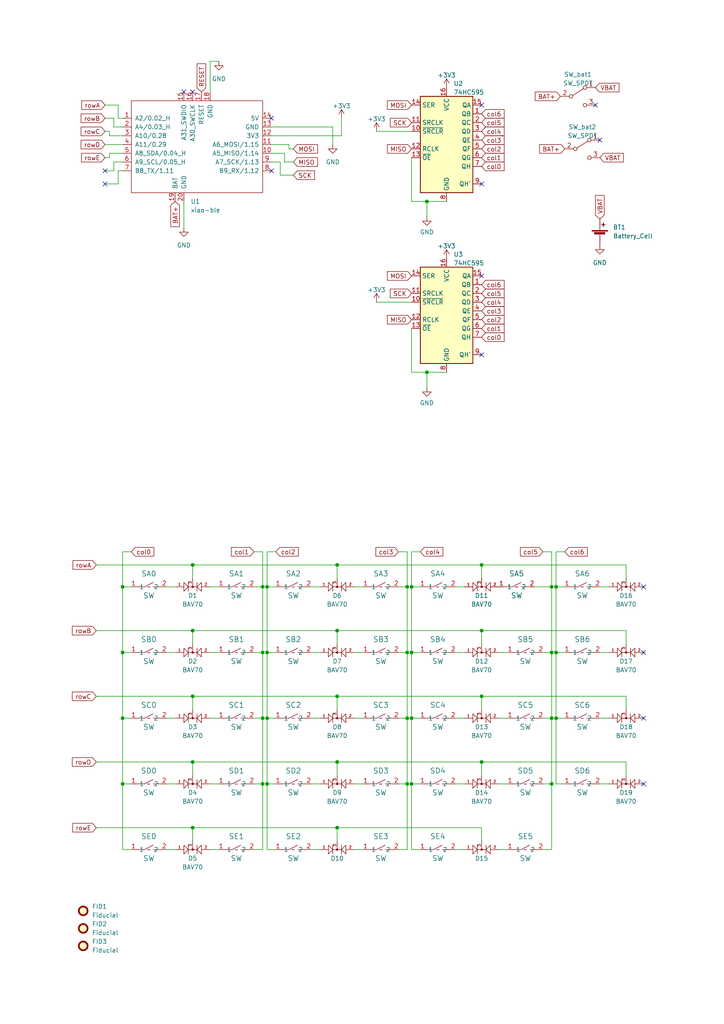
<source format=kicad_sch>
(kicad_sch (version 20230121) (generator eeschema)
  (paper "A4" portrait)
  (lib_symbols
    (symbol "74xx:74HC595"
      (property "Reference" "U" (at -7.62 13.97 0))
      (property "Value" "74HC595" (at -7.62 -16.51 0))
      (symbol "74HC595_1_0"
        (pin tri_state line (at 10.16 7.62 180) (length 2.54) (name "QB") (number "1"))
        (pin input line (at -10.16 2.54 0) (length 2.54) (name "~{SRCLR}") (number "10"))
        (pin input line (at -10.16 5.08 0) (length 2.54) (name "SRCLK") (number "11"))
        (pin input line (at -10.16 -2.54 0) (length 2.54) (name "RCLK") (number "12"))
        (pin input line (at -10.16 -5.08 0) (length 2.54) (name "~{OE}") (number "13"))
        (pin input line (at -10.16 10.16 0) (length 2.54) (name "SER") (number "14"))
        (pin tri_state line (at 10.16 10.16 180) (length 2.54) (name "QA") (number "15"))
        (pin power_in line (at 0 15.24 270) (length 2.54) (name "VCC") (number "16"))
        (pin tri_state line (at 10.16 5.08 180) (length 2.54) (name "QC") (number "2"))
        (pin tri_state line (at 10.16 2.54 180) (length 2.54) (name "QD") (number "3"))
        (pin tri_state line (at 10.16 0 180) (length 2.54) (name "QE") (number "4"))
        (pin tri_state line (at 10.16 -2.54 180) (length 2.54) (name "QF") (number "5"))
        (pin tri_state line (at 10.16 -5.08 180) (length 2.54) (name "QG") (number "6"))
        (pin tri_state line (at 10.16 -7.62 180) (length 2.54) (name "QH") (number "7"))
        (pin power_in line (at 0 -17.78 90) (length 2.54) (name "GND") (number "8"))
        (pin output line (at 10.16 -12.7 180) (length 2.54) (name "QH'") (number "9"))
      )
      (symbol "74HC595_1_1"
        (rectangle (start -7.62 12.7) (end 7.62 -15.24) (stroke (width 0.254)) (fill (type background)))
      )
    )
    (symbol "Device:Battery_Cell" (pin_numbers hide) (pin_names (offset 0) hide)
      (property "Reference" "BT" (at 2.54 2.54 0))
      (property "Value" "Battery_Cell" (at 2.54 0 0))
      (symbol "Battery_Cell_0_1"
        (rectangle (start -2.286 1.778) (end 2.286 1.524) (fill (type outline)))
        (rectangle (start -1.5748 1.1938) (end 1.4732 0.6858) (fill (type outline)))
        (polyline (pts (xy 0 0.762) (xy 0 0)))
        (polyline (pts (xy 0 1.778) (xy 0 2.54)))
        (polyline (pts (xy 0.508 3.429) (xy 1.524 3.429)) (stroke (width 0.254)))
        (polyline (pts (xy 1.016 3.937) (xy 1.016 2.921)) (stroke (width 0.254)))
      )
      (symbol "Battery_Cell_1_1"
        (pin passive line (at 0 5.08 270) (length 2.54) (name "+") (number "1"))
        (pin passive line (at 0 -2.54 90) (length 2.54) (name "-") (number "2"))
      )
    )
    (symbol "Mechanical:Fiducial"
      (property "Reference" "FID" (at 0 5.08 0))
      (property "Value" "Fiducial" (at 0 3.175 0))
      (symbol "Fiducial_0_1"
        (circle (center 0 0) (radius 1.27) (stroke (width 0.508)) (fill (type background)))
      )
    )
    (symbol "Switch:SW_SPDT" (pin_names (offset 0) hide)
      (property "Reference" "SW" (at 0 4.318 0))
      (property "Value" "SW_SPDT" (at 0 -5.08 0))
      (symbol "SW_SPDT_0_0"
        (circle (center -2.032 0) (radius 0.508))
        (circle (center 2.032 -2.54) (radius 0.508))
      )
      (symbol "SW_SPDT_0_1"
        (polyline (pts (xy -1.524 0.254) (xy 1.651 2.286)))
        (circle (center 2.032 2.54) (radius 0.508))
      )
      (symbol "SW_SPDT_1_1"
        (pin passive line (at 5.08 2.54 180) (length 2.54) (name "A") (number "1"))
        (pin passive line (at -5.08 0 0) (length 2.54) (name "B") (number "2"))
        (pin passive line (at 5.08 -2.54 180) (length 2.54) (name "C") (number "3"))
      )
    )
    (symbol "YAEMK:MX_1U" (pin_names (offset 1.016))
      (property "Reference" "S" (at 0 -2.54 0))
      (property "Value" "MX_1U" (at 0 3.81 0))
      (symbol "MX_1U_1_1"
        (polyline (pts (xy 2.54 0) (xy 1.27 0)))
        (polyline (pts (xy 3.81 0) (xy 2.54 0)))
        (polyline (pts (xy 1.27 1.27) (xy -1.27 0) (xy -3.81 0)))
        (pin bidirectional line (at -5.08 0 0) (length 1.27) (name "1") (number "1"))
        (pin bidirectional line (at 5.08 0 180) (length 1.27) (name "2") (number "2"))
      )
    )
    (symbol "hillside_basic:BAV70_Small" (pin_names (offset 0.762) hide)
      (property "Reference" "D" (at 0.635 -2.54 0))
      (property "Value" "BAV70_Small" (at 0 2.54 0))
      (symbol "BAV70_Small_0_1"
        (polyline (pts (xy -1.27 1.27) (xy -1.27 -1.27)))
        (polyline (pts (xy 1.27 0) (xy -1.27 0)))
        (polyline (pts (xy 1.27 1.27) (xy 1.27 -1.27)))
        (polyline (pts (xy -2.54 1.27) (xy -2.54 -1.27) (xy -1.27 0) (xy -2.54 1.27)))
        (polyline (pts (xy 2.54 1.27) (xy 2.54 -1.27) (xy 1.27 0) (xy 2.54 1.27)))
        (circle (center 0 0) (radius 0.254) (fill (type outline)))
      )
      (symbol "BAV70_Small_1_1"
        (pin input line (at -5.08 0 0) (length 2.54) (name "A1") (number "1"))
        (pin input line (at 5.08 0 180) (length 2.54) (name "A2") (number "2"))
        (pin passive line (at 0 -2.54 90) (length 2.54) (name "K") (number "3"))
      )
    )
    (symbol "power:+3V3" (power) (pin_names (offset 0))
      (property "Value" "+3V3" (at 0 3.556 0))
      (symbol "+3V3_0_1"
        (polyline (pts (xy -0.762 1.27) (xy 0 2.54)))
        (polyline (pts (xy 0 0) (xy 0 2.54)))
        (polyline (pts (xy 0 2.54) (xy 0.762 1.27)))
      )
      (symbol "+3V3_1_1"
        (pin power_in line (at 0 0 90) (length 0) hide (name "+3V3") (number "1"))
      )
    )
    (symbol "power:GND" (power) (pin_names (offset 0))
      (property "Value" "GND" (at 0 -3.81 0))
      (symbol "GND_0_1"
        (polyline (pts (xy 0 0) (xy 0 -1.27) (xy 1.27 -1.27) (xy 0 -2.54) (xy -1.27 -1.27) (xy 0 -1.27)))
      )
      (symbol "GND_1_1"
        (pin power_in line (at 0 0 270) (length 0) hide (name "GND") (number "1"))
      )
    )
    (symbol "sepp:xiao-ble-geist" (pin_names (offset 1.016))
      (property "Reference" "U1" (at -19.304 17.78 0))
      (property "Value" "xiao-ble" (at -19.304 15.24 0))
      (symbol "xiao-ble-geist_0_1"
        (rectangle (start -19.05 12.7) (end 19.05 -13.97))
      )
      (symbol "xiao-ble-geist_1_1"
        (pin bidirectional line (at -21.59 7.62 0) (length 2.54) (name "A2/0.02_H") (number "1"))
        (pin bidirectional line (at 21.59 -2.54 180) (length 2.54) (name "A5_MISO/1.14") (number "10"))
        (pin bidirectional line (at 21.59 0 180) (length 2.54) (name "A6_MOSI/1.15") (number "11"))
        (pin power_out line (at 21.59 2.54 180) (length 2.54) (name "3V3") (number "12"))
        (pin power_out line (at 21.59 5.08 180) (length 2.54) (name "GND") (number "13"))
        (pin power_out line (at 21.59 7.62 180) (length 2.54) (name "5V") (number "14"))
        (pin input line (at -3.81 15.24 270) (length 2.54) (name "A31_SWDIO") (number "15"))
        (pin input line (at -1.27 15.24 270) (length 2.54) (name "A30_SWCLK") (number "16"))
        (pin input line (at 1.27 15.24 270) (length 2.54) (name "RESET") (number "17"))
        (pin power_out line (at 3.81 15.24 270) (length 2.54) (name "GND") (number "18"))
        (pin bidirectional line (at -6.35 -16.51 90) (length 2.54) (name "BAT") (number "19"))
        (pin bidirectional line (at -21.59 5.08 0) (length 2.54) (name "A4/0.03_H") (number "2"))
        (pin power_out line (at -3.81 -16.51 90) (length 2.54) (name "GND") (number "20"))
        (pin bidirectional line (at -21.59 2.54 0) (length 2.54) (name "A10/0.28") (number "3"))
        (pin bidirectional line (at -21.59 0 0) (length 2.54) (name "A11/0.29") (number "4"))
        (pin bidirectional line (at -21.59 -2.54 0) (length 2.54) (name "A8_SDA/0.04_H") (number "5"))
        (pin bidirectional line (at -21.59 -5.08 0) (length 2.54) (name "A9_SCL/0.05_H") (number "6"))
        (pin bidirectional line (at -21.59 -7.62 0) (length 2.54) (name "B8_TX/1.11") (number "7"))
        (pin bidirectional line (at 21.59 -7.62 180) (length 2.54) (name "B9_RX/1.12") (number "8"))
        (pin bidirectional line (at 21.59 -5.08 180) (length 2.54) (name "A7_SCK/1.13") (number "9"))
      )
    )
  )
  (junction (at 160.02 189.23))
  (junction (at 139.7 163.83))
  (junction (at 119.38 170.18))
  (junction (at 160.02 227.33))
  (junction (at 55.88 201.93))
  (junction (at 118.11 170.18))
  (junction (at 55.88 182.88))
  (junction (at 97.79 201.93))
  (junction (at 161.29 208.28))
  (junction (at 76.2 189.23))
  (junction (at 119.38 227.33))
  (junction (at 77.47 208.28))
  (junction (at 77.47 189.23))
  (junction (at 119.38 208.28))
  (junction (at 35.56 189.23))
  (junction (at 76.2 170.18))
  (junction (at 55.88 220.98))
  (junction (at 161.29 170.18))
  (junction (at 77.47 227.33))
  (junction (at 35.56 170.18))
  (junction (at 139.7 220.98))
  (junction (at 160.02 208.28))
  (junction (at 123.825 58.42))
  (junction (at 139.7 182.88))
  (junction (at 118.11 227.33))
  (junction (at 123.825 107.95))
  (junction (at 139.7 201.93))
  (junction (at 97.79 220.98))
  (junction (at 97.79 182.88))
  (junction (at 119.38 189.23))
  (junction (at 55.88 240.03))
  (junction (at 118.11 189.23))
  (junction (at 35.56 227.33))
  (junction (at 118.11 208.28))
  (junction (at 35.56 208.28))
  (junction (at 76.2 227.33))
  (junction (at 161.29 189.23))
  (junction (at 97.79 163.83))
  (junction (at 77.47 170.18))
  (junction (at 160.02 170.18))
  (junction (at 97.79 240.03))
  (junction (at 76.2 208.28))
  (junction (at 55.88 163.83))
  (no_connect (at 30.48 49.53))
  (no_connect (at 186.69 170.18))
  (no_connect (at 139.7 30.48))
  (no_connect (at 78.74 34.29))
  (no_connect (at 139.7 102.87))
  (no_connect (at 172.72 30.48))
  (no_connect (at 186.69 227.33))
  (no_connect (at 139.7 80.01))
  (no_connect (at 139.7 53.34))
  (no_connect (at 55.88 26.67))
  (no_connect (at 30.48 53.34))
  (no_connect (at 186.69 189.23))
  (no_connect (at 173.99 40.64))
  (no_connect (at 53.34 26.67))
  (no_connect (at 186.69 208.28))
  (no_connect (at 78.74 49.53))
  (wire (pts (xy 118.11 160.02) (xy 115.57 160.02)))
  (wire (pts (xy 181.61 201.93) (xy 181.61 205.74)))
  (wire (pts (xy 27.94 163.83) (xy 55.88 163.83)))
  (wire (pts (xy 30.48 30.48) (xy 34.29 30.48)))
  (wire (pts (xy 118.11 208.28) (xy 118.11 189.23)))
  (wire (pts (xy 77.47 170.18) (xy 77.47 160.02)))
  (wire (pts (xy 55.88 201.93) (xy 55.88 205.74)))
  (wire (pts (xy 97.79 220.98) (xy 139.7 220.98)))
  (wire (pts (xy 121.92 246.38) (xy 119.38 246.38)))
  (wire (pts (xy 31.75 39.37) (xy 35.56 39.37)))
  (wire (pts (xy 33.02 34.29) (xy 33.02 36.83)))
  (wire (pts (xy 90.17 170.18) (xy 92.71 170.18)))
  (wire (pts (xy 97.79 182.88) (xy 97.79 186.69)))
  (wire (pts (xy 97.79 163.83) (xy 97.79 167.64)))
  (wire (pts (xy 83.82 43.18) (xy 83.82 41.91)))
  (wire (pts (xy 144.78 246.38) (xy 147.32 246.38)))
  (wire (pts (xy 132.08 246.38) (xy 134.62 246.38)))
  (wire (pts (xy 119.38 170.18) (xy 121.92 170.18)))
  (wire (pts (xy 90.17 227.33) (xy 92.71 227.33)))
  (wire (pts (xy 119.38 227.33) (xy 119.38 208.28)))
  (wire (pts (xy 35.56 227.33) (xy 35.56 246.38)))
  (wire (pts (xy 77.47 170.18) (xy 80.01 170.18)))
  (wire (pts (xy 96.52 41.91) (xy 96.52 36.83)))
  (wire (pts (xy 139.7 201.93) (xy 139.7 205.74)))
  (wire (pts (xy 139.7 220.98) (xy 139.7 224.79)))
  (wire (pts (xy 161.29 227.33) (xy 161.29 208.28)))
  (wire (pts (xy 60.96 227.33) (xy 63.5 227.33)))
  (wire (pts (xy 102.87 170.18) (xy 105.41 170.18)))
  (wire (pts (xy 31.75 45.72) (xy 31.75 44.45)))
  (wire (pts (xy 31.75 44.45) (xy 35.56 44.45)))
  (wire (pts (xy 160.02 246.38) (xy 160.02 227.33)))
  (wire (pts (xy 119.38 58.42) (xy 123.825 58.42)))
  (wire (pts (xy 30.48 38.1) (xy 31.75 38.1)))
  (wire (pts (xy 173.99 208.28) (xy 176.53 208.28)))
  (wire (pts (xy 81.28 46.99) (xy 78.74 46.99)))
  (wire (pts (xy 132.08 170.18) (xy 134.62 170.18)))
  (wire (pts (xy 161.29 227.33) (xy 163.83 227.33)))
  (wire (pts (xy 85.09 46.99) (xy 82.55 46.99)))
  (wire (pts (xy 31.75 38.1) (xy 31.75 39.37)))
  (wire (pts (xy 139.7 182.88) (xy 181.61 182.88)))
  (wire (pts (xy 161.29 160.02) (xy 163.83 160.02)))
  (wire (pts (xy 77.47 189.23) (xy 77.47 170.18)))
  (wire (pts (xy 77.47 208.28) (xy 80.01 208.28)))
  (wire (pts (xy 55.88 163.83) (xy 55.88 167.64)))
  (wire (pts (xy 76.2 170.18) (xy 76.2 160.02)))
  (wire (pts (xy 60.96 170.18) (xy 63.5 170.18)))
  (wire (pts (xy 119.38 227.33) (xy 121.92 227.33)))
  (wire (pts (xy 73.66 208.28) (xy 76.2 208.28)))
  (wire (pts (xy 77.47 227.33) (xy 80.01 227.33)))
  (wire (pts (xy 27.94 182.88) (xy 55.88 182.88)))
  (wire (pts (xy 63.5 17.78) (xy 60.96 17.78)))
  (wire (pts (xy 118.11 246.38) (xy 118.11 227.33)))
  (wire (pts (xy 27.94 220.98) (xy 55.88 220.98)))
  (wire (pts (xy 144.78 189.23) (xy 147.32 189.23)))
  (wire (pts (xy 119.38 208.28) (xy 119.38 189.23)))
  (wire (pts (xy 157.48 227.33) (xy 160.02 227.33)))
  (wire (pts (xy 119.38 107.95) (xy 123.825 107.95)))
  (wire (pts (xy 119.38 170.18) (xy 119.38 160.02)))
  (wire (pts (xy 77.47 189.23) (xy 80.01 189.23)))
  (wire (pts (xy 119.38 189.23) (xy 121.92 189.23)))
  (wire (pts (xy 77.47 208.28) (xy 77.47 189.23)))
  (wire (pts (xy 173.99 227.33) (xy 176.53 227.33)))
  (wire (pts (xy 97.79 182.88) (xy 139.7 182.88)))
  (wire (pts (xy 77.47 227.33) (xy 77.47 208.28)))
  (wire (pts (xy 60.96 189.23) (xy 63.5 189.23)))
  (wire (pts (xy 60.96 17.78) (xy 60.96 26.67)))
  (wire (pts (xy 157.48 208.28) (xy 160.02 208.28)))
  (wire (pts (xy 118.11 227.33) (xy 118.11 208.28)))
  (wire (pts (xy 115.57 189.23) (xy 118.11 189.23)))
  (wire (pts (xy 76.2 189.23) (xy 76.2 170.18)))
  (wire (pts (xy 33.02 49.53) (xy 33.02 46.99)))
  (wire (pts (xy 97.79 240.03) (xy 97.79 243.84)))
  (wire (pts (xy 161.29 170.18) (xy 161.29 160.02)))
  (wire (pts (xy 35.56 227.33) (xy 38.1 227.33)))
  (wire (pts (xy 27.94 201.93) (xy 55.88 201.93)))
  (wire (pts (xy 35.56 189.23) (xy 35.56 170.18)))
  (wire (pts (xy 97.79 220.98) (xy 97.79 224.79)))
  (wire (pts (xy 30.48 41.91) (xy 35.56 41.91)))
  (wire (pts (xy 76.2 208.28) (xy 76.2 189.23)))
  (wire (pts (xy 181.61 163.83) (xy 181.61 167.64)))
  (wire (pts (xy 35.56 246.38) (xy 38.1 246.38)))
  (wire (pts (xy 97.79 201.93) (xy 139.7 201.93)))
  (wire (pts (xy 35.56 208.28) (xy 35.56 189.23)))
  (wire (pts (xy 161.29 170.18) (xy 163.83 170.18)))
  (wire (pts (xy 55.88 220.98) (xy 97.79 220.98)))
  (wire (pts (xy 48.26 170.18) (xy 50.8 170.18)))
  (wire (pts (xy 73.66 189.23) (xy 76.2 189.23)))
  (wire (pts (xy 173.99 170.18) (xy 176.53 170.18)))
  (wire (pts (xy 73.66 227.33) (xy 76.2 227.33)))
  (wire (pts (xy 102.87 189.23) (xy 105.41 189.23)))
  (wire (pts (xy 30.48 49.53) (xy 33.02 49.53)))
  (wire (pts (xy 144.78 227.33) (xy 147.32 227.33)))
  (wire (pts (xy 48.26 227.33) (xy 50.8 227.33)))
  (wire (pts (xy 34.29 49.53) (xy 35.56 49.53)))
  (wire (pts (xy 35.56 227.33) (xy 35.56 208.28)))
  (wire (pts (xy 55.88 220.98) (xy 55.88 224.79)))
  (wire (pts (xy 55.88 182.88) (xy 55.88 186.69)))
  (wire (pts (xy 123.825 58.42) (xy 123.825 62.865)))
  (wire (pts (xy 102.87 227.33) (xy 105.41 227.33)))
  (wire (pts (xy 97.79 163.83) (xy 139.7 163.83)))
  (wire (pts (xy 118.11 189.23) (xy 118.11 170.18)))
  (wire (pts (xy 139.7 182.88) (xy 139.7 186.69)))
  (wire (pts (xy 160.02 170.18) (xy 160.02 189.23)))
  (wire (pts (xy 173.99 189.23) (xy 176.53 189.23)))
  (wire (pts (xy 97.79 201.93) (xy 97.79 205.74)))
  (wire (pts (xy 90.17 208.28) (xy 92.71 208.28)))
  (wire (pts (xy 139.7 163.83) (xy 181.61 163.83)))
  (wire (pts (xy 48.26 189.23) (xy 50.8 189.23)))
  (wire (pts (xy 144.78 208.28) (xy 147.32 208.28)))
  (wire (pts (xy 161.29 189.23) (xy 163.83 189.23)))
  (wire (pts (xy 82.55 46.99) (xy 82.55 44.45)))
  (wire (pts (xy 139.7 240.03) (xy 139.7 243.84)))
  (wire (pts (xy 35.56 208.28) (xy 38.1 208.28)))
  (wire (pts (xy 35.56 170.18) (xy 38.1 170.18)))
  (wire (pts (xy 139.7 201.93) (xy 181.61 201.93)))
  (wire (pts (xy 30.48 34.29) (xy 33.02 34.29)))
  (wire (pts (xy 35.56 160.02) (xy 38.1 160.02)))
  (wire (pts (xy 102.87 246.38) (xy 105.41 246.38)))
  (wire (pts (xy 119.38 208.28) (xy 121.92 208.28)))
  (wire (pts (xy 30.48 45.72) (xy 31.75 45.72)))
  (wire (pts (xy 82.55 44.45) (xy 78.74 44.45)))
  (wire (pts (xy 160.02 160.02) (xy 157.48 160.02)))
  (wire (pts (xy 85.09 43.18) (xy 83.82 43.18)))
  (wire (pts (xy 55.88 201.93) (xy 97.79 201.93)))
  (wire (pts (xy 102.87 208.28) (xy 105.41 208.28)))
  (wire (pts (xy 160.02 227.33) (xy 160.02 208.28)))
  (wire (pts (xy 115.57 208.28) (xy 118.11 208.28)))
  (wire (pts (xy 161.29 208.28) (xy 161.29 189.23)))
  (wire (pts (xy 96.52 36.83) (xy 78.74 36.83)))
  (wire (pts (xy 132.08 189.23) (xy 134.62 189.23)))
  (wire (pts (xy 157.48 189.23) (xy 160.02 189.23)))
  (wire (pts (xy 90.17 189.23) (xy 92.71 189.23)))
  (wire (pts (xy 33.02 46.99) (xy 35.56 46.99)))
  (wire (pts (xy 129.54 58.42) (xy 123.825 58.42)))
  (wire (pts (xy 97.79 240.03) (xy 139.7 240.03)))
  (wire (pts (xy 76.2 246.38) (xy 73.66 246.38)))
  (wire (pts (xy 55.88 240.03) (xy 55.88 243.84)))
  (wire (pts (xy 119.38 87.63) (xy 109.22 87.63)))
  (wire (pts (xy 129.54 107.95) (xy 123.825 107.95)))
  (wire (pts (xy 83.82 41.91) (xy 78.74 41.91)))
  (wire (pts (xy 48.26 208.28) (xy 50.8 208.28)))
  (wire (pts (xy 27.94 240.03) (xy 55.88 240.03)))
  (wire (pts (xy 99.06 34.29) (xy 99.06 39.37)))
  (wire (pts (xy 161.29 208.28) (xy 163.83 208.28)))
  (wire (pts (xy 34.29 53.34) (xy 34.29 49.53)))
  (wire (pts (xy 81.28 50.8) (xy 81.28 46.99)))
  (wire (pts (xy 76.2 160.02) (xy 73.66 160.02)))
  (wire (pts (xy 77.47 246.38) (xy 80.01 246.38)))
  (wire (pts (xy 119.38 160.02) (xy 121.92 160.02)))
  (wire (pts (xy 35.56 189.23) (xy 38.1 189.23)))
  (wire (pts (xy 55.88 182.88) (xy 97.79 182.88)))
  (wire (pts (xy 119.38 246.38) (xy 119.38 227.33)))
  (wire (pts (xy 115.57 170.18) (xy 118.11 170.18)))
  (wire (pts (xy 181.61 182.88) (xy 181.61 186.69)))
  (wire (pts (xy 33.02 36.83) (xy 35.56 36.83)))
  (wire (pts (xy 55.88 240.03) (xy 97.79 240.03)))
  (wire (pts (xy 160.02 160.02) (xy 160.02 170.18)))
  (wire (pts (xy 73.66 170.18) (xy 76.2 170.18)))
  (wire (pts (xy 34.29 34.29) (xy 35.56 34.29)))
  (wire (pts (xy 123.825 107.95) (xy 123.825 112.395)))
  (wire (pts (xy 118.11 170.18) (xy 118.11 160.02)))
  (wire (pts (xy 77.47 227.33) (xy 77.47 246.38)))
  (wire (pts (xy 85.09 50.8) (xy 81.28 50.8)))
  (wire (pts (xy 132.08 208.28) (xy 134.62 208.28)))
  (wire (pts (xy 60.96 208.28) (xy 63.5 208.28)))
  (wire (pts (xy 77.47 160.02) (xy 80.01 160.02)))
  (wire (pts (xy 30.48 53.34) (xy 34.29 53.34)))
  (wire (pts (xy 139.7 163.83) (xy 139.7 167.64)))
  (wire (pts (xy 160.02 208.28) (xy 160.02 189.23)))
  (wire (pts (xy 119.38 95.25) (xy 119.38 107.95)))
  (wire (pts (xy 76.2 227.33) (xy 76.2 208.28)))
  (wire (pts (xy 115.57 227.33) (xy 118.11 227.33)))
  (wire (pts (xy 154.94 170.18) (xy 160.02 170.18)))
  (wire (pts (xy 157.48 246.38) (xy 160.02 246.38)))
  (wire (pts (xy 119.38 38.1) (xy 109.22 38.1)))
  (wire (pts (xy 90.17 246.38) (xy 92.71 246.38)))
  (wire (pts (xy 48.26 246.38) (xy 50.8 246.38)))
  (wire (pts (xy 139.7 220.98) (xy 181.61 220.98)))
  (wire (pts (xy 181.61 220.98) (xy 181.61 224.79)))
  (wire (pts (xy 119.38 45.72) (xy 119.38 58.42)))
  (wire (pts (xy 132.08 227.33) (xy 134.62 227.33)))
  (wire (pts (xy 76.2 227.33) (xy 76.2 246.38)))
  (wire (pts (xy 119.38 189.23) (xy 119.38 170.18)))
  (wire (pts (xy 55.88 163.83) (xy 97.79 163.83)))
  (wire (pts (xy 78.74 39.37) (xy 99.06 39.37)))
  (wire (pts (xy 34.29 30.48) (xy 34.29 34.29)))
  (wire (pts (xy 115.57 246.38) (xy 118.11 246.38)))
  (wire (pts (xy 60.96 246.38) (xy 63.5 246.38)))
  (wire (pts (xy 161.29 189.23) (xy 161.29 170.18)))
  (wire (pts (xy 35.56 170.18) (xy 35.56 160.02)))
  (wire (pts (xy 53.34 66.04) (xy 53.34 58.42)))
  (global_label "col5" (shape input) (at 157.48 160.02 180) (property "Intersheetrefs" "${INTERSHEET_REFS}" (effects hide)))
  (global_label "MISO" (shape input) (at 85.09 46.99 0) (property "Intersheetrefs" "${INTERSHEET_REFS}" (effects hide)))
  (global_label "VBAT" (shape input) (at 173.99 45.72 0) (property "Intersheetrefs" "${INTERSHEET_REFS}" (effects hide)))
  (global_label "col4" (shape input) (at 139.7 87.63 0) (property "Intersheetrefs" "${INTERSHEET_REFS}" (effects hide)))
  (global_label "MISO" (shape input) (at 119.38 92.71 180) (property "Intersheetrefs" "${INTERSHEET_REFS}" (effects hide)))
  (global_label "rowA" (shape input) (at 27.94 163.83 180) (property "Intersheetrefs" "${INTERSHEET_REFS}" (effects hide)))
  (global_label "RESET" (shape input) (at 58.42 26.67 90) (property "Intersheetrefs" "${INTERSHEET_REFS}" (effects hide)))
  (global_label "col5" (shape input) (at 139.7 35.56 0) (property "Intersheetrefs" "${INTERSHEET_REFS}" (effects hide)))
  (global_label "rowD" (shape input) (at 30.48 41.91 180) (property "Intersheetrefs" "${INTERSHEET_REFS}" (effects hide)))
  (global_label "col1" (shape input) (at 139.7 95.25 0) (property "Intersheetrefs" "${INTERSHEET_REFS}" (effects hide)))
  (global_label "col4" (shape input) (at 139.7 38.1 0) (property "Intersheetrefs" "${INTERSHEET_REFS}" (effects hide)))
  (global_label "MISO" (shape input) (at 119.38 43.18 180) (property "Intersheetrefs" "${INTERSHEET_REFS}" (effects hide)))
  (global_label "col5" (shape input) (at 139.7 85.09 0) (property "Intersheetrefs" "${INTERSHEET_REFS}" (effects hide)))
  (global_label "col6" (shape input) (at 139.7 33.02 0) (property "Intersheetrefs" "${INTERSHEET_REFS}" (effects hide)))
  (global_label "col2" (shape input) (at 139.7 92.71 0) (property "Intersheetrefs" "${INTERSHEET_REFS}" (effects hide)))
  (global_label "MOSI" (shape input) (at 85.09 43.18 0) (property "Intersheetrefs" "${INTERSHEET_REFS}" (effects hide)))
  (global_label "SCK" (shape input) (at 119.38 85.09 180) (property "Intersheetrefs" "${INTERSHEET_REFS}" (effects hide)))
  (global_label "col1" (shape input) (at 73.66 160.02 180) (property "Intersheetrefs" "${INTERSHEET_REFS}" (effects hide)))
  (global_label "col0" (shape input) (at 139.7 97.79 0) (property "Intersheetrefs" "${INTERSHEET_REFS}" (effects hide)))
  (global_label "col1" (shape input) (at 139.7 45.72 0) (property "Intersheetrefs" "${INTERSHEET_REFS}" (effects hide)))
  (global_label "MOSI" (shape input) (at 119.38 80.01 180) (property "Intersheetrefs" "${INTERSHEET_REFS}" (effects hide)))
  (global_label "col2" (shape input) (at 139.7 43.18 0) (property "Intersheetrefs" "${INTERSHEET_REFS}" (effects hide)))
  (global_label "rowA" (shape input) (at 30.48 30.48 180) (property "Intersheetrefs" "${INTERSHEET_REFS}" (effects hide)))
  (global_label "MOSI" (shape input) (at 119.38 30.48 180) (property "Intersheetrefs" "${INTERSHEET_REFS}" (effects hide)))
  (global_label "col4" (shape input) (at 121.92 160.02 0) (property "Intersheetrefs" "${INTERSHEET_REFS}" (effects hide)))
  (global_label "col3" (shape input) (at 139.7 40.64 0) (property "Intersheetrefs" "${INTERSHEET_REFS}" (effects hide)))
  (global_label "rowC" (shape input) (at 30.48 38.1 180) (property "Intersheetrefs" "${INTERSHEET_REFS}" (effects hide)))
  (global_label "BAT+" (shape input) (at 162.56 27.94 180) (property "Intersheetrefs" "${INTERSHEET_REFS}" (effects hide)))
  (global_label "col0" (shape input) (at 139.7 48.26 0) (property "Intersheetrefs" "${INTERSHEET_REFS}" (effects hide)))
  (global_label "col2" (shape input) (at 80.01 160.02 0) (property "Intersheetrefs" "${INTERSHEET_REFS}" (effects hide)))
  (global_label "col6" (shape input) (at 139.7 82.55 0) (property "Intersheetrefs" "${INTERSHEET_REFS}" (effects hide)))
  (global_label "col6" (shape input) (at 163.83 160.02 0) (property "Intersheetrefs" "${INTERSHEET_REFS}" (effects hide)))
  (global_label "VBAT" (shape input) (at 173.99 63.5 90) (property "Intersheetrefs" "${INTERSHEET_REFS}" (effects hide)))
  (global_label "BAT+" (shape input) (at 50.8 58.42 270) (property "Intersheetrefs" "${INTERSHEET_REFS}" (effects hide)))
  (global_label "rowB" (shape input) (at 30.48 34.29 180) (property "Intersheetrefs" "${INTERSHEET_REFS}" (effects hide)))
  (global_label "rowD" (shape input) (at 27.94 220.98 180) (property "Intersheetrefs" "${INTERSHEET_REFS}" (effects hide)))
  (global_label "col3" (shape input) (at 115.57 160.02 180) (property "Intersheetrefs" "${INTERSHEET_REFS}" (effects hide)))
  (global_label "VBAT" (shape input) (at 172.72 25.4 0) (property "Intersheetrefs" "${INTERSHEET_REFS}" (effects hide)))
  (global_label "rowE" (shape input) (at 27.94 240.03 180) (property "Intersheetrefs" "${INTERSHEET_REFS}" (effects hide)))
  (global_label "col3" (shape input) (at 139.7 90.17 0) (property "Intersheetrefs" "${INTERSHEET_REFS}" (effects hide)))
  (global_label "BAT+" (shape input) (at 163.83 43.18 180) (property "Intersheetrefs" "${INTERSHEET_REFS}" (effects hide)))
  (global_label "col0" (shape input) (at 38.1 160.02 0) (property "Intersheetrefs" "${INTERSHEET_REFS}" (effects hide)))
  (global_label "rowB" (shape input) (at 27.94 182.88 180) (property "Intersheetrefs" "${INTERSHEET_REFS}" (effects hide)))
  (global_label "SCK" (shape input) (at 119.38 35.56 180) (property "Intersheetrefs" "${INTERSHEET_REFS}" (effects hide)))
  (global_label "rowC" (shape input) (at 27.94 201.93 180) (property "Intersheetrefs" "${INTERSHEET_REFS}" (effects hide)))
  (global_label "rowE" (shape input) (at 30.48 45.72 180) (property "Intersheetrefs" "${INTERSHEET_REFS}" (effects hide)))
  (global_label "SCK" (shape input) (at 85.09 50.8 0) (property "Intersheetrefs" "${INTERSHEET_REFS}" (effects hide)))
  (symbol (lib_id "hillside_basic:BAV70_Small") (at 181.61 208.28 0) (mirror x) (unit 1)
    (property "Reference" "D18" (at 181.61 210.82 0))
    (property "Value" "BAV70" (at 181.61 213.36 0))
    (property "Footprint" "pretty:SOT-23" (effects hide))
    (property "Datasheet" "https://assets.nexperia.com/documents/data-sheet/BAV70_SER.pdf" (effects hide))
  )
  (symbol (lib_id "power:GND") (at 63.5 17.78 0) (unit 1)
    (property "Reference" "#PWR02" (effects hide))
    (property "Value" "GND" (at 63.5 22.86 0))
  )
  (symbol (lib_id "Mechanical:Fiducial") (at 24.13 264.16 0) (unit 1)
    (property "Reference" "FID1" (at 26.67 262.8899 0) (effects (justify left)))
    (property "Value" "Fiducial" (at 26.67 265.4299 0) (effects (justify left)))
    (property "Footprint" "Fiducial:Fiducial_1mm_Mask2mm" (effects hide))
  )
  (symbol (lib_id "Mechanical:Fiducial") (at 24.13 274.32 0) (unit 1)
    (property "Reference" "FID3" (at 26.67 273.0499 0) (effects (justify left)))
    (property "Value" "Fiducial" (at 26.67 275.5899 0) (effects (justify left)))
    (property "Footprint" "Fiducial:Fiducial_1mm_Mask2mm" (effects hide))
  )
  (symbol (lib_id "power:GND") (at 123.825 112.395 0) (unit 1)
    (property "Reference" "#PWR010" (effects hide))
    (property "Value" "GND" (at 123.825 116.8384 0))
  )
  (symbol (lib_id "power:+3V3") (at 99.06 34.29 0) (unit 1)
    (property "Reference" "#PWR09" (effects hide))
    (property "Value" "+3V3" (at 99.06 30.7142 0))
  )
  (symbol (lib_id "74xx:74HC595") (at 129.54 40.64 0) (unit 1)
    (property "Reference" "U2" (at 131.5594 24.2402 0) (effects (justify left)))
    (property "Value" "74HC595" (at 131.5594 26.7771 0) (effects (justify left)))
    (property "Footprint" "Package_SO:SOIC-16_3.9x9.9mm_P1.27mm" (effects hide))
    (property "Datasheet" "http://www.ti.com/lit/ds/symlink/sn74hc595.pdf" (effects hide))
    (property "LCSC Part Number" "C10092" (effects hide))
  )
  (symbol (lib_id "YAEMK:MX_1U") (at 152.4 189.23 0) (unit 1)
    (property "Reference" "SB5" (at 152.4 185.42 0) (effects (font (size 1.524 1.524))))
    (property "Value" "SW" (at 152.4 191.77 0) (effects (font (size 1.524 1.524))))
    (property "Footprint" "pretty:ChocV1_Hotswap_reversible" (effects hide))
    (property "Datasheet" "~" (at 152.4 189.23 0) (effects (font (size 1.524 1.524))))
    (property "JLCPCB BOM" "0" (effects hide))
  )
  (symbol (lib_id "hillside_basic:BAV70_Small") (at 55.88 246.38 0) (mirror x) (unit 1)
    (property "Reference" "D5" (at 55.88 248.92 0))
    (property "Value" "BAV70" (at 55.88 251.46 0))
    (property "Footprint" "pretty:SOT-23" (effects hide))
    (property "Datasheet" "https://assets.nexperia.com/documents/data-sheet/BAV70_SER.pdf" (effects hide))
  )
  (symbol (lib_id "power:GND") (at 96.52 41.91 0) (unit 1)
    (property "Reference" "#PWR03" (effects hide))
    (property "Value" "GND" (at 96.52 46.99 0))
  )
  (symbol (lib_id "hillside_basic:BAV70_Small") (at 181.61 227.33 0) (mirror x) (unit 1)
    (property "Reference" "D19" (at 181.61 229.87 0))
    (property "Value" "BAV70" (at 181.61 232.41 0))
    (property "Footprint" "pretty:SOT-23" (effects hide))
    (property "Datasheet" "https://assets.nexperia.com/documents/data-sheet/BAV70_SER.pdf" (effects hide))
  )
  (symbol (lib_id "hillside_basic:BAV70_Small") (at 97.79 170.18 0) (mirror x) (unit 1)
    (property "Reference" "D6" (at 97.79 172.72 0))
    (property "Value" "BAV70" (at 97.79 175.26 0))
    (property "Footprint" "pretty:SOT-23" (effects hide))
    (property "Datasheet" "https://assets.nexperia.com/documents/data-sheet/BAV70_SER.pdf" (effects hide))
  )
  (symbol (lib_id "YAEMK:MX_1U") (at 110.49 227.33 0) (unit 1)
    (property "Reference" "SD3" (at 110.49 223.52 0) (effects (font (size 1.524 1.524))))
    (property "Value" "SW" (at 110.49 229.87 0) (effects (font (size 1.524 1.524))))
    (property "Footprint" "pretty:ChocV1_Hotswap_reversible" (effects hide))
    (property "Datasheet" "~" (at 110.49 227.33 0) (effects (font (size 1.524 1.524))))
    (property "JLCPCB BOM" "0" (effects hide))
  )
  (symbol (lib_id "YAEMK:MX_1U") (at 85.09 170.18 0) (unit 1)
    (property "Reference" "SA2" (at 85.09 166.37 0) (effects (font (size 1.524 1.524))))
    (property "Value" "SW" (at 85.09 172.72 0) (effects (font (size 1.524 1.524))))
    (property "Footprint" "pretty:ChocV1_Hotswap_reversible" (effects hide))
    (property "Datasheet" "~" (at 85.09 170.18 0) (effects (font (size 1.524 1.524))))
    (property "JLCPCB BOM" "0" (effects hide))
  )
  (symbol (lib_id "YAEMK:MX_1U") (at 168.91 189.23 0) (unit 1)
    (property "Reference" "SB6" (at 168.91 185.42 0) (effects (font (size 1.524 1.524))))
    (property "Value" "SW" (at 168.91 191.77 0) (effects (font (size 1.524 1.524))))
    (property "Footprint" "pretty:ChocV1_Hotswap_reversible" (effects hide))
    (property "Datasheet" "~" (at 168.91 189.23 0) (effects (font (size 1.524 1.524))))
    (property "JLCPCB BOM" "0" (effects hide))
  )
  (symbol (lib_id "74xx:74HC595") (at 129.54 90.17 0) (unit 1)
    (property "Reference" "U3" (at 131.5594 73.7702 0) (effects (justify left)))
    (property "Value" "74HC595" (at 131.5594 76.3071 0) (effects (justify left)))
    (property "Footprint" "Package_SO:SOIC-16_3.9x9.9mm_P1.27mm" (effects hide))
    (property "Datasheet" "http://www.ti.com/lit/ds/symlink/sn74hc595.pdf" (effects hide))
    (property "LCSC Part Number" "C10092" (effects hide))
  )
  (symbol (lib_id "power:GND") (at 173.99 71.12 0) (unit 1)
    (property "Reference" "#PWR05" (effects hide))
    (property "Value" "GND" (at 173.99 76.2 0))
  )
  (symbol (lib_id "power:+3V3") (at 109.22 38.1 0) (unit 1)
    (property "Reference" "#PWR04" (effects hide))
    (property "Value" "+3V3" (at 109.22 34.5242 0))
  )
  (symbol (lib_id "YAEMK:MX_1U") (at 68.58 189.23 0) (unit 1)
    (property "Reference" "SB1" (at 68.58 185.42 0) (effects (font (size 1.524 1.524))))
    (property "Value" "SW" (at 68.58 191.77 0) (effects (font (size 1.524 1.524))))
    (property "Footprint" "pretty:ChocV1_Hotswap_reversible" (effects hide))
    (property "Datasheet" "~" (at 68.58 189.23 0) (effects (font (size 1.524 1.524))))
    (property "JLCPCB BOM" "0" (effects hide))
  )
  (symbol (lib_id "YAEMK:MX_1U") (at 85.09 246.38 0) (unit 1)
    (property "Reference" "SE2" (at 85.09 242.57 0) (effects (font (size 1.524 1.524))))
    (property "Value" "SW" (at 85.09 248.92 0) (effects (font (size 1.524 1.524))))
    (property "Footprint" "pretty:ChocV1_Hotswap_reversible" (effects hide))
    (property "Datasheet" "~" (at 85.09 246.38 0) (effects (font (size 1.524 1.524))))
    (property "JLCPCB BOM" "0" (effects hide))
  )
  (symbol (lib_id "YAEMK:MX_1U") (at 168.91 208.28 0) (unit 1)
    (property "Reference" "SC6" (at 168.91 204.47 0) (effects (font (size 1.524 1.524))))
    (property "Value" "SW" (at 168.91 210.82 0) (effects (font (size 1.524 1.524))))
    (property "Footprint" "pretty:ChocV1_Hotswap_reversible" (effects hide))
    (property "Datasheet" "~" (at 168.91 208.28 0) (effects (font (size 1.524 1.524))))
    (property "JLCPCB BOM" "0" (effects hide))
  )
  (symbol (lib_id "YAEMK:MX_1U") (at 43.18 227.33 0) (unit 1)
    (property "Reference" "SD0" (at 43.18 223.52 0) (effects (font (size 1.524 1.524))))
    (property "Value" "SW" (at 43.18 229.87 0) (effects (font (size 1.524 1.524))))
    (property "Footprint" "pretty:ChocV1_Hotswap_reversible" (effects hide))
    (property "Datasheet" "~" (at 43.18 227.33 0) (effects (font (size 1.524 1.524))))
    (property "JLCPCB BOM" "0" (effects hide))
  )
  (symbol (lib_id "Switch:SW_SPDT") (at 168.91 43.18 0) (unit 1)
    (property "Reference" "SW_bat2" (at 168.91 36.83 0))
    (property "Value" "SW_SPDT" (at 168.91 39.37 0))
    (property "Footprint" "sepp:switch-MSK-12C02-smd" (effects hide))
  )
  (symbol (lib_id "power:+3V3") (at 109.22 87.63 0) (unit 1)
    (property "Reference" "#PWR06" (effects hide))
    (property "Value" "+3V3" (at 109.22 84.0542 0))
  )
  (symbol (lib_id "YAEMK:MX_1U") (at 127 189.23 0) (unit 1)
    (property "Reference" "SB4" (at 127 185.42 0) (effects (font (size 1.524 1.524))))
    (property "Value" "SW" (at 127 191.77 0) (effects (font (size 1.524 1.524))))
    (property "Footprint" "pretty:ChocV1_Hotswap_reversible" (effects hide))
    (property "Datasheet" "~" (at 127 189.23 0) (effects (font (size 1.524 1.524))))
    (property "JLCPCB BOM" "0" (effects hide))
  )
  (symbol (lib_id "YAEMK:MX_1U") (at 110.49 246.38 0) (unit 1)
    (property "Reference" "SE3" (at 110.49 242.57 0) (effects (font (size 1.524 1.524))))
    (property "Value" "SW" (at 110.49 248.92 0) (effects (font (size 1.524 1.524))))
    (property "Footprint" "pretty:ChocV1_Hotswap_reversible" (effects hide))
    (property "Datasheet" "~" (at 110.49 246.38 0) (effects (font (size 1.524 1.524))))
    (property "JLCPCB BOM" "0" (effects hide))
  )
  (symbol (lib_id "hillside_basic:BAV70_Small") (at 139.7 208.28 0) (mirror x) (unit 1)
    (property "Reference" "D13" (at 139.7 210.82 0))
    (property "Value" "BAV70" (at 139.7 213.36 0))
    (property "Footprint" "pretty:SOT-23" (effects hide))
    (property "Datasheet" "https://assets.nexperia.com/documents/data-sheet/BAV70_SER.pdf" (effects hide))
  )
  (symbol (lib_id "hillside_basic:BAV70_Small") (at 97.79 227.33 0) (mirror x) (unit 1)
    (property "Reference" "D9" (at 97.79 229.87 0))
    (property "Value" "BAV70" (at 97.79 232.41 0))
    (property "Footprint" "pretty:SOT-23" (effects hide))
    (property "Datasheet" "https://assets.nexperia.com/documents/data-sheet/BAV70_SER.pdf" (effects hide))
  )
  (symbol (lib_id "YAEMK:MX_1U") (at 85.09 227.33 0) (unit 1)
    (property "Reference" "SD2" (at 85.09 223.52 0) (effects (font (size 1.524 1.524))))
    (property "Value" "SW" (at 85.09 229.87 0) (effects (font (size 1.524 1.524))))
    (property "Footprint" "pretty:ChocV1_Hotswap_reversible" (effects hide))
    (property "Datasheet" "~" (at 85.09 227.33 0) (effects (font (size 1.524 1.524))))
    (property "JLCPCB BOM" "0" (effects hide))
  )
  (symbol (lib_id "power:+3V3") (at 129.54 25.4 0) (unit 1)
    (property "Reference" "#PWR08" (effects hide))
    (property "Value" "+3V3" (at 129.54 21.8242 0))
  )
  (symbol (lib_id "hillside_basic:BAV70_Small") (at 139.7 189.23 0) (mirror x) (unit 1)
    (property "Reference" "D12" (at 139.7 191.77 0))
    (property "Value" "BAV70" (at 139.7 194.31 0))
    (property "Footprint" "pretty:SOT-23" (effects hide))
    (property "Datasheet" "https://assets.nexperia.com/documents/data-sheet/BAV70_SER.pdf" (effects hide))
  )
  (symbol (lib_id "hillside_basic:BAV70_Small") (at 97.79 246.38 0) (mirror x) (unit 1)
    (property "Reference" "D10" (at 97.79 248.92 0))
    (property "Value" "BAV70" (effects hide))
    (property "Footprint" "pretty:SOT-23" (effects hide))
    (property "Datasheet" "https://assets.nexperia.com/documents/data-sheet/BAV70_SER.pdf" (effects hide))
  )
  (symbol (lib_id "hillside_basic:BAV70_Small") (at 55.88 189.23 0) (mirror x) (unit 1)
    (property "Reference" "D2" (at 55.88 191.77 0))
    (property "Value" "BAV70" (at 55.88 194.31 0))
    (property "Footprint" "pretty:SOT-23" (effects hide))
    (property "Datasheet" "https://assets.nexperia.com/documents/data-sheet/BAV70_SER.pdf" (effects hide))
  )
  (symbol (lib_id "YAEMK:MX_1U") (at 127 170.18 0) (unit 1)
    (property "Reference" "SA4" (at 127 166.37 0) (effects (font (size 1.524 1.524))))
    (property "Value" "SW" (at 127 172.72 0) (effects (font (size 1.524 1.524))))
    (property "Footprint" "pretty:ChocV1_Hotswap_reversible" (effects hide))
    (property "Datasheet" "~" (at 127 170.18 0) (effects (font (size 1.524 1.524))))
    (property "JLCPCB BOM" "0" (effects hide))
  )
  (symbol (lib_id "Mechanical:Fiducial") (at 24.13 269.24 0) (unit 1)
    (property "Reference" "FID2" (at 26.67 267.9699 0) (effects (justify left)))
    (property "Value" "Fiducial" (at 26.67 270.5099 0) (effects (justify left)))
    (property "Footprint" "Fiducial:Fiducial_1mm_Mask2mm" (effects hide))
  )
  (symbol (lib_id "YAEMK:MX_1U") (at 168.91 170.18 0) (unit 1)
    (property "Reference" "SA6" (at 168.91 166.37 0) (effects (font (size 1.524 1.524))))
    (property "Value" "SW" (at 168.91 172.72 0) (effects (font (size 1.524 1.524))))
    (property "Footprint" "pretty:ChocV1_Hotswap_reversible" (effects hide))
    (property "Datasheet" "~" (at 168.91 170.18 0) (effects (font (size 1.524 1.524))))
    (property "JLCPCB BOM" "0" (effects hide))
  )
  (symbol (lib_id "hillside_basic:BAV70_Small") (at 139.7 170.18 0) (mirror x) (unit 1)
    (property "Reference" "D11" (at 139.7 172.72 0))
    (property "Value" "BAV70" (at 139.7 175.26 0))
    (property "Footprint" "pretty:SOT-23" (effects hide))
    (property "Datasheet" "https://assets.nexperia.com/documents/data-sheet/BAV70_SER.pdf" (effects hide))
  )
  (symbol (lib_id "sepp:xiao-ble-geist") (at 57.15 41.91 0) (unit 1)
    (property "Reference" "U1" (at 55.2959 58.42 0) (effects (justify left)))
    (property "Value" "xiao-ble" (at 55.2959 60.96 0) (effects (justify left)))
    (property "Footprint" "pretty:reversable-xiao-ble-smd-cutout" (effects hide))
  )
  (symbol (lib_id "hillside_basic:BAV70_Small") (at 97.79 208.28 0) (mirror x) (unit 1)
    (property "Reference" "D8" (at 97.79 210.82 0))
    (property "Value" "BAV70" (at 97.79 213.36 0))
    (property "Footprint" "pretty:SOT-23" (effects hide))
    (property "Datasheet" "https://assets.nexperia.com/documents/data-sheet/BAV70_SER.pdf" (effects hide))
  )
  (symbol (lib_id "hillside_basic:BAV70_Small") (at 181.61 189.23 0) (mirror x) (unit 1)
    (property "Reference" "D17" (at 181.61 191.77 0))
    (property "Value" "BAV70" (at 181.61 194.31 0))
    (property "Footprint" "pretty:SOT-23" (effects hide))
    (property "Datasheet" "https://assets.nexperia.com/documents/data-sheet/BAV70_SER.pdf" (effects hide))
  )
  (symbol (lib_id "hillside_basic:BAV70_Small") (at 139.7 227.33 0) (mirror x) (unit 1)
    (property "Reference" "D14" (at 139.7 229.87 0))
    (property "Value" "BAV70" (at 139.7 232.41 0))
    (property "Footprint" "pretty:SOT-23" (effects hide))
    (property "Datasheet" "https://assets.nexperia.com/documents/data-sheet/BAV70_SER.pdf" (effects hide))
  )
  (symbol (lib_id "YAEMK:MX_1U") (at 43.18 189.23 0) (unit 1)
    (property "Reference" "SB0" (at 43.18 185.42 0) (effects (font (size 1.524 1.524))))
    (property "Value" "SW" (at 43.18 191.77 0) (effects (font (size 1.524 1.524))))
    (property "Footprint" "pretty:ChocV1_Hotswap_reversible" (effects hide))
    (property "Datasheet" "~" (at 43.18 189.23 0) (effects (font (size 1.524 1.524))))
    (property "JLCPCB BOM" "0" (effects hide))
  )
  (symbol (lib_id "YAEMK:MX_1U") (at 68.58 246.38 0) (unit 1)
    (property "Reference" "SE1" (at 68.58 242.57 0) (effects (font (size 1.524 1.524))))
    (property "Value" "SW" (at 68.58 248.92 0) (effects (font (size 1.524 1.524))))
    (property "Footprint" "pretty:ChocV1_Hotswap_reversible" (effects hide))
    (property "Datasheet" "~" (at 68.58 246.38 0) (effects (font (size 1.524 1.524))))
    (property "JLCPCB BOM" "0" (effects hide))
  )
  (symbol (lib_id "YAEMK:MX_1U") (at 43.18 208.28 0) (unit 1)
    (property "Reference" "SC0" (at 43.18 204.47 0) (effects (font (size 1.524 1.524))))
    (property "Value" "SW" (at 43.18 210.82 0) (effects (font (size 1.524 1.524))))
    (property "Footprint" "pretty:ChocV1_Hotswap_reversible" (effects hide))
    (property "Datasheet" "~" (at 43.18 208.28 0) (effects (font (size 1.524 1.524))))
    (property "JLCPCB BOM" "0" (effects hide))
  )
  (symbol (lib_id "YAEMK:MX_1U") (at 152.4 227.33 0) (unit 1)
    (property "Reference" "SD5" (at 152.4 223.52 0) (effects (font (size 1.524 1.524))))
    (property "Value" "SW" (at 152.4 229.87 0) (effects (font (size 1.524 1.524))))
    (property "Footprint" "pretty:ChocV1_Hotswap_reversible" (effects hide))
    (property "Datasheet" "~" (at 152.4 227.33 0) (effects (font (size 1.524 1.524))))
    (property "JLCPCB BOM" "0" (effects hide))
  )
  (symbol (lib_id "YAEMK:MX_1U") (at 68.58 170.18 0) (unit 1)
    (property "Reference" "SA1" (at 68.58 166.37 0) (effects (font (size 1.524 1.524))))
    (property "Value" "SW" (at 68.58 172.72 0) (effects (font (size 1.524 1.524))))
    (property "Footprint" "pretty:ChocV1_Hotswap_reversible" (effects hide))
    (property "Datasheet" "~" (at 68.58 170.18 0) (effects (font (size 1.524 1.524))))
    (property "JLCPCB BOM" "0" (effects hide))
  )
  (symbol (lib_id "power:GND") (at 123.825 62.865 0) (unit 1)
    (property "Reference" "#PWR07" (effects hide))
    (property "Value" "GND" (at 123.825 67.3084 0))
  )
  (symbol (lib_id "YAEMK:MX_1U") (at 149.86 170.18 0) (unit 1)
    (property "Reference" "SA5" (at 149.86 166.37 0) (effects (font (size 1.524 1.524))))
    (property "Value" "SW" (at 149.86 172.72 0) (effects (font (size 1.524 1.524))))
    (property "Footprint" "pretty:ChocV1_Hotswap_reversible" (effects hide))
    (property "Datasheet" "~" (at 149.86 170.18 0) (effects (font (size 1.524 1.524))))
    (property "JLCPCB BOM" "0" (effects hide))
  )
  (symbol (lib_id "YAEMK:MX_1U") (at 127 208.28 0) (unit 1)
    (property "Reference" "SC4" (at 127 204.47 0) (effects (font (size 1.524 1.524))))
    (property "Value" "SW" (at 127 210.82 0) (effects (font (size 1.524 1.524))))
    (property "Footprint" "pretty:ChocV1_Hotswap_reversible" (effects hide))
    (property "Datasheet" "~" (at 127 208.28 0) (effects (font (size 1.524 1.524))))
    (property "JLCPCB BOM" "0" (effects hide))
  )
  (symbol (lib_id "YAEMK:MX_1U") (at 85.09 208.28 0) (unit 1)
    (property "Reference" "SC2" (at 85.09 204.47 0) (effects (font (size 1.524 1.524))))
    (property "Value" "SW" (at 85.09 210.82 0) (effects (font (size 1.524 1.524))))
    (property "Footprint" "pretty:ChocV1_Hotswap_reversible" (effects hide))
    (property "Datasheet" "~" (at 85.09 208.28 0) (effects (font (size 1.524 1.524))))
    (property "JLCPCB BOM" "0" (effects hide))
  )
  (symbol (lib_id "hillside_basic:BAV70_Small") (at 181.61 170.18 0) (mirror x) (unit 1)
    (property "Reference" "D16" (at 181.61 172.72 0))
    (property "Value" "BAV70" (at 181.61 175.26 0))
    (property "Footprint" "pretty:SOT-23" (effects hide))
    (property "Datasheet" "https://assets.nexperia.com/documents/data-sheet/BAV70_SER.pdf" (effects hide))
  )
  (symbol (lib_id "YAEMK:MX_1U") (at 152.4 208.28 0) (unit 1)
    (property "Reference" "SC5" (at 152.4 204.47 0) (effects (font (size 1.524 1.524))))
    (property "Value" "SW" (at 152.4 210.82 0) (effects (font (size 1.524 1.524))))
    (property "Footprint" "pretty:ChocV1_Hotswap_reversible" (effects hide))
    (property "Datasheet" "~" (at 152.4 208.28 0) (effects (font (size 1.524 1.524))))
    (property "JLCPCB BOM" "0" (effects hide))
  )
  (symbol (lib_id "YAEMK:MX_1U") (at 110.49 170.18 0) (unit 1)
    (property "Reference" "SA3" (at 110.49 166.37 0) (effects (font (size 1.524 1.524))))
    (property "Value" "SW" (at 110.49 172.72 0) (effects (font (size 1.524 1.524))))
    (property "Footprint" "pretty:ChocV1_Hotswap_reversible" (effects hide))
    (property "Datasheet" "~" (at 110.49 170.18 0) (effects (font (size 1.524 1.524))))
    (property "JLCPCB BOM" "0" (effects hide))
  )
  (symbol (lib_id "power:GND") (at 53.34 66.04 0) (unit 1)
    (property "Reference" "#PWR01" (effects hide))
    (property "Value" "GND" (at 53.34 71.12 0))
  )
  (symbol (lib_id "hillside_basic:BAV70_Small") (at 55.88 170.18 0) (mirror x) (unit 1)
    (property "Reference" "D1" (at 55.88 172.72 0))
    (property "Value" "BAV70" (at 55.88 175.26 0))
    (property "Footprint" "pretty:SOT-23" (effects hide))
    (property "Datasheet" "https://assets.nexperia.com/documents/data-sheet/BAV70_SER.pdf" (effects hide))
  )
  (symbol (lib_id "hillside_basic:BAV70_Small") (at 139.7 246.38 0) (mirror x) (unit 1)
    (property "Reference" "D15" (at 139.7 248.92 0))
    (property "Value" "BAV70" (effects hide))
    (property "Footprint" "pretty:SOT-23" (effects hide))
    (property "Datasheet" "https://assets.nexperia.com/documents/data-sheet/BAV70_SER.pdf" (effects hide))
  )
  (symbol (lib_id "YAEMK:MX_1U") (at 110.49 208.28 0) (unit 1)
    (property "Reference" "SC3" (at 110.49 204.47 0) (effects (font (size 1.524 1.524))))
    (property "Value" "SW" (at 110.49 210.82 0) (effects (font (size 1.524 1.524))))
    (property "Footprint" "pretty:ChocV1_Hotswap_reversible" (effects hide))
    (property "Datasheet" "~" (at 110.49 208.28 0) (effects (font (size 1.524 1.524))))
    (property "JLCPCB BOM" "0" (effects hide))
  )
  (symbol (lib_id "power:+3V3") (at 129.54 74.93 0) (unit 1)
    (property "Reference" "#PWR011" (effects hide))
    (property "Value" "+3V3" (at 129.54 71.3542 0))
  )
  (symbol (lib_id "YAEMK:MX_1U") (at 168.91 227.33 0) (unit 1)
    (property "Reference" "SD6" (at 168.91 223.52 0) (effects (font (size 1.524 1.524))))
    (property "Value" "SW" (at 168.91 229.87 0) (effects (font (size 1.524 1.524))))
    (property "Footprint" "pretty:ChocV1_Hotswap_reversible" (effects hide))
    (property "Datasheet" "~" (at 168.91 227.33 0) (effects (font (size 1.524 1.524))))
    (property "JLCPCB BOM" "0" (effects hide))
  )
  (symbol (lib_id "YAEMK:MX_1U") (at 43.18 246.38 0) (unit 1)
    (property "Reference" "SE0" (at 43.18 242.57 0) (effects (font (size 1.524 1.524))))
    (property "Value" "SW" (at 43.18 248.92 0) (effects (font (size 1.524 1.524))))
    (property "Footprint" "pretty:ChocV1_Hotswap_reversible" (effects hide))
    (property "Datasheet" "~" (at 43.18 246.38 0) (effects (font (size 1.524 1.524))))
    (property "JLCPCB BOM" "0" (effects hide))
  )
  (symbol (lib_id "Device:Battery_Cell") (at 173.99 68.58 0) (unit 1)
    (property "Reference" "BT1" (at 177.8 65.913 0) (effects (justify left)))
    (property "Value" "Battery_Cell" (at 177.8 68.453 0) (effects (justify left)))
    (property "Footprint" "Connector_JST:JST_PH_S2B-PH-K_1x02_P2.00mm_Horizontal" (effects hide))
  )
  (symbol (lib_id "YAEMK:MX_1U") (at 85.09 189.23 0) (unit 1)
    (property "Reference" "SB2" (at 85.09 185.42 0) (effects (font (size 1.524 1.524))))
    (property "Value" "SW" (at 85.09 191.77 0) (effects (font (size 1.524 1.524))))
    (property "Footprint" "pretty:ChocV1_Hotswap_reversible" (effects hide))
    (property "Datasheet" "~" (at 85.09 189.23 0) (effects (font (size 1.524 1.524))))
    (property "JLCPCB BOM" "0" (effects hide))
  )
  (symbol (lib_id "hillside_basic:BAV70_Small") (at 55.88 227.33 0) (mirror x) (unit 1)
    (property "Reference" "D4" (at 55.88 229.87 0))
    (property "Value" "BAV70" (at 55.88 232.41 0))
    (property "Footprint" "pretty:SOT-23" (effects hide))
    (property "Datasheet" "https://assets.nexperia.com/documents/data-sheet/BAV70_SER.pdf" (effects hide))
  )
  (symbol (lib_id "YAEMK:MX_1U") (at 68.58 208.28 0) (unit 1)
    (property "Reference" "SC1" (at 68.58 204.47 0) (effects (font (size 1.524 1.524))))
    (property "Value" "SW" (at 68.58 210.82 0) (effects (font (size 1.524 1.524))))
    (property "Footprint" "pretty:ChocV1_Hotswap_reversible" (effects hide))
    (property "Datasheet" "~" (at 68.58 208.28 0) (effects (font (size 1.524 1.524))))
    (property "JLCPCB BOM" "0" (effects hide))
  )
  (symbol (lib_id "hillside_basic:BAV70_Small") (at 97.79 189.23 0) (mirror x) (unit 1)
    (property "Reference" "D7" (at 97.79 191.77 0))
    (property "Value" "BAV70" (at 97.79 194.31 0))
    (property "Footprint" "pretty:SOT-23" (effects hide))
    (property "Datasheet" "https://assets.nexperia.com/documents/data-sheet/BAV70_SER.pdf" (effects hide))
  )
  (symbol (lib_id "YAEMK:MX_1U") (at 127 227.33 0) (unit 1)
    (property "Reference" "SD4" (at 127 223.52 0) (effects (font (size 1.524 1.524))))
    (property "Value" "SW" (at 127 229.87 0) (effects (font (size 1.524 1.524))))
    (property "Footprint" "pretty:ChocV1_Hotswap_reversible" (effects hide))
    (property "Datasheet" "~" (at 127 227.33 0) (effects (font (size 1.524 1.524))))
    (property "JLCPCB BOM" "0" (effects hide))
  )
  (symbol (lib_id "YAEMK:MX_1U") (at 68.58 227.33 0) (unit 1)
    (property "Reference" "SD1" (at 68.58 223.52 0) (effects (font (size 1.524 1.524))))
    (property "Value" "SW" (at 68.58 229.87 0) (effects (font (size 1.524 1.524))))
    (property "Footprint" "pretty:ChocV1_Hotswap_reversible" (effects hide))
    (property "Datasheet" "~" (at 68.58 227.33 0) (effects (font (size 1.524 1.524))))
    (property "JLCPCB BOM" "0" (effects hide))
  )
  (symbol (lib_id "Switch:SW_SPDT") (at 167.64 27.94 0) (unit 1)
    (property "Reference" "SW_bat1" (at 167.64 21.59 0))
    (property "Value" "SW_SPDT" (at 167.64 24.13 0))
    (property "Footprint" "sepp:switch-MSK-12C02-smd" (effects hide))
  )
  (symbol (lib_id "YAEMK:MX_1U") (at 152.4 246.38 0) (unit 1)
    (property "Reference" "SE5" (at 152.4 242.57 0) (effects (font (size 1.524 1.524))))
    (property "Value" "SW" (at 152.4 248.92 0) (effects (font (size 1.524 1.524))))
    (property "Footprint" "pretty:ChocV1_Hotswap_reversible" (effects hide))
    (property "Datasheet" "~" (at 152.4 246.38 0) (effects (font (size 1.524 1.524))))
    (property "JLCPCB BOM" "0" (effects hide))
  )
  (symbol (lib_id "hillside_basic:BAV70_Small") (at 55.88 208.28 0) (mirror x) (unit 1)
    (property "Reference" "D3" (at 55.88 210.82 0))
    (property "Value" "BAV70" (at 55.88 213.36 0))
    (property "Footprint" "pretty:SOT-23" (effects hide))
    (property "Datasheet" "https://assets.nexperia.com/documents/data-sheet/BAV70_SER.pdf" (effects hide))
  )
  (symbol (lib_id "YAEMK:MX_1U") (at 127 246.38 0) (unit 1)
    (property "Reference" "SE4" (at 127 242.57 0) (effects (font (size 1.524 1.524))))
    (property "Value" "SW" (at 127 248.92 0) (effects (font (size 1.524 1.524))))
    (property "Footprint" "pretty:ChocV1_Hotswap_reversible" (effects hide))
    (property "Datasheet" "~" (at 127 246.38 0) (effects (font (size 1.524 1.524))))
    (property "JLCPCB BOM" "0" (effects hide))
  )
  (symbol (lib_id "YAEMK:MX_1U") (at 110.49 189.23 0) (unit 1)
    (property "Reference" "SB3" (at 110.49 185.42 0) (effects (font (size 1.524 1.524))))
    (property "Value" "SW" (at 110.49 191.77 0) (effects (font (size 1.524 1.524))))
    (property "Footprint" "pretty:ChocV1_Hotswap_reversible" (effects hide))
    (property "Datasheet" "~" (at 110.49 189.23 0) (effects (font (size 1.524 1.524))))
    (property "JLCPCB BOM" "0" (effects hide))
  )
  (symbol (lib_id "YAEMK:MX_1U") (at 43.18 170.18 0) (unit 1)
    (property "Reference" "SA0" (at 43.18 166.37 0) (effects (font (size 1.524 1.524))))
    (property "Value" "SW" (at 43.18 172.72 0) (effects (font (size 1.524 1.524))))
    (property "Footprint" "pretty:ChocV1_Hotswap_reversible" (effects hide))
    (property "Datasheet" "~" (at 43.18 170.18 0) (effects (font (size 1.524 1.524))))
    (property "JLCPCB BOM" "0" (effects hide))
  )
)
</source>
